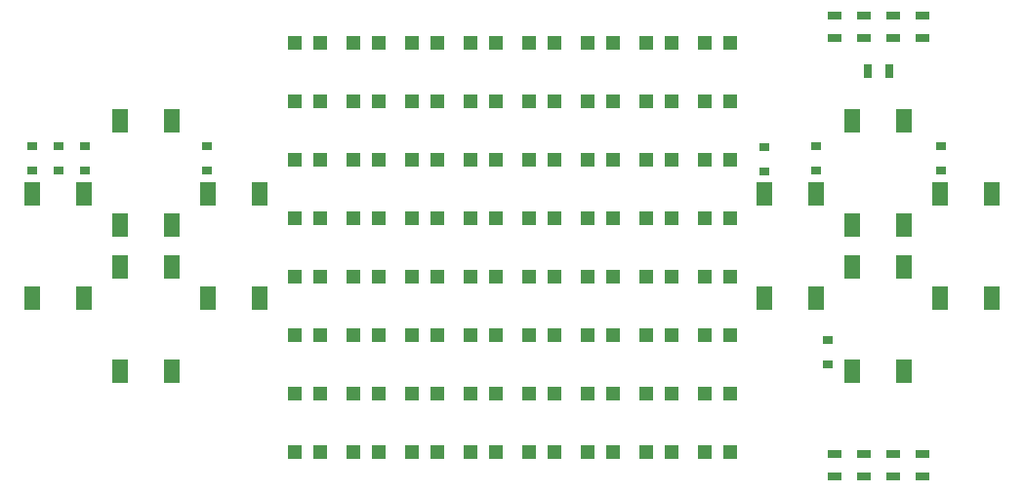
<source format=gbr>
G04 #@! TF.FileFunction,Paste,Bot*
%FSLAX46Y46*%
G04 Gerber Fmt 4.6, Leading zero omitted, Abs format (unit mm)*
G04 Created by KiCad (PCBNEW 4.0.7) date 04/25/18 19:18:30*
%MOMM*%
%LPD*%
G01*
G04 APERTURE LIST*
%ADD10C,0.150000*%
%ADD11R,0.900000X0.800000*%
%ADD12R,0.700000X1.300000*%
%ADD13R,1.400000X2.100000*%
%ADD14R,1.300000X0.700000*%
%ADD15R,1.200000X1.200000*%
G04 APERTURE END LIST*
D10*
D11*
X106700000Y-92950000D03*
X106700000Y-95050000D03*
X104400000Y-92950000D03*
X104400000Y-95050000D03*
X119600000Y-92950000D03*
X119600000Y-95050000D03*
X109000000Y-92950000D03*
X109000000Y-95050000D03*
X173400000Y-109750000D03*
X173400000Y-111850000D03*
X167900000Y-93000000D03*
X167900000Y-95100000D03*
X183200000Y-92950000D03*
X183200000Y-95050000D03*
X172400000Y-92950000D03*
X172400000Y-95050000D03*
D12*
X176850000Y-86360000D03*
X178750000Y-86360000D03*
D13*
X119670000Y-106150000D03*
X119670000Y-97050000D03*
X124170000Y-106150000D03*
X124170000Y-97050000D03*
X112050000Y-112500000D03*
X112050000Y-103400000D03*
X116550000Y-112500000D03*
X116550000Y-103400000D03*
X104430000Y-106150000D03*
X104430000Y-97050000D03*
X108930000Y-106150000D03*
X108930000Y-97050000D03*
X112050000Y-99800000D03*
X112050000Y-90700000D03*
X116550000Y-99800000D03*
X116550000Y-90700000D03*
X167930000Y-106150000D03*
X167930000Y-97050000D03*
X172430000Y-106150000D03*
X172430000Y-97050000D03*
X183170000Y-106150000D03*
X183170000Y-97050000D03*
X187670000Y-106150000D03*
X187670000Y-97050000D03*
X175550000Y-99800000D03*
X175550000Y-90700000D03*
X180050000Y-99800000D03*
X180050000Y-90700000D03*
X175550000Y-112500000D03*
X175550000Y-103400000D03*
X180050000Y-112500000D03*
X180050000Y-103400000D03*
D14*
X181610000Y-121600000D03*
X181610000Y-119700000D03*
X179070000Y-121600000D03*
X179070000Y-119700000D03*
X176530000Y-121600000D03*
X176530000Y-119700000D03*
X173990000Y-121600000D03*
X173990000Y-119700000D03*
X181610000Y-81600000D03*
X181610000Y-83500000D03*
X179070000Y-81600000D03*
X179070000Y-83500000D03*
X176530000Y-81600000D03*
X176530000Y-83500000D03*
X173990000Y-81600000D03*
X173990000Y-83500000D03*
D15*
X164930000Y-83913546D03*
X162730000Y-83913546D03*
X164930000Y-88993546D03*
X162730000Y-88993546D03*
X164930000Y-94073546D03*
X162730000Y-94073546D03*
X164930000Y-99153546D03*
X162730000Y-99153546D03*
X164930000Y-104233546D03*
X162730000Y-104233546D03*
X164930000Y-109313546D03*
X162730000Y-109313546D03*
X164930000Y-114393546D03*
X162730000Y-114393546D03*
X164930000Y-119473546D03*
X162730000Y-119473546D03*
X159850000Y-83913546D03*
X157650000Y-83913546D03*
X159850000Y-88993546D03*
X157650000Y-88993546D03*
X159850000Y-94073546D03*
X157650000Y-94073546D03*
X159850000Y-99153546D03*
X157650000Y-99153546D03*
X159850000Y-104233546D03*
X157650000Y-104233546D03*
X159850000Y-109313546D03*
X157650000Y-109313546D03*
X159850000Y-114393546D03*
X157650000Y-114393546D03*
X159850000Y-119473546D03*
X157650000Y-119473546D03*
X154770000Y-83913546D03*
X152570000Y-83913546D03*
X154770000Y-88993546D03*
X152570000Y-88993546D03*
X154770000Y-94073546D03*
X152570000Y-94073546D03*
X154770000Y-99153546D03*
X152570000Y-99153546D03*
X154770000Y-104233546D03*
X152570000Y-104233546D03*
X154770000Y-109313546D03*
X152570000Y-109313546D03*
X154770000Y-114393546D03*
X152570000Y-114393546D03*
X154770000Y-119473546D03*
X152570000Y-119473546D03*
X149690000Y-83913546D03*
X147490000Y-83913546D03*
X149690000Y-88993546D03*
X147490000Y-88993546D03*
X149690000Y-94073546D03*
X147490000Y-94073546D03*
X149690000Y-99153546D03*
X147490000Y-99153546D03*
X149690000Y-104233546D03*
X147490000Y-104233546D03*
X149690000Y-109313546D03*
X147490000Y-109313546D03*
X149690000Y-114393546D03*
X147490000Y-114393546D03*
X149690000Y-119473546D03*
X147490000Y-119473546D03*
X144610000Y-83913546D03*
X142410000Y-83913546D03*
X144610000Y-88993546D03*
X142410000Y-88993546D03*
X144610000Y-94073546D03*
X142410000Y-94073546D03*
X144610000Y-99153546D03*
X142410000Y-99153546D03*
X144610000Y-104233546D03*
X142410000Y-104233546D03*
X144610000Y-109313546D03*
X142410000Y-109313546D03*
X144610000Y-114393546D03*
X142410000Y-114393546D03*
X144610000Y-119473546D03*
X142410000Y-119473546D03*
X139530000Y-83913546D03*
X137330000Y-83913546D03*
X139530000Y-88993546D03*
X137330000Y-88993546D03*
X139530000Y-94073546D03*
X137330000Y-94073546D03*
X139530000Y-99153546D03*
X137330000Y-99153546D03*
X139530000Y-104233546D03*
X137330000Y-104233546D03*
X139530000Y-109313546D03*
X137330000Y-109313546D03*
X139530000Y-114393546D03*
X137330000Y-114393546D03*
X139530000Y-119473546D03*
X137330000Y-119473546D03*
X134450000Y-83913546D03*
X132250000Y-83913546D03*
X134450000Y-88993546D03*
X132250000Y-88993546D03*
X134450000Y-94073546D03*
X132250000Y-94073546D03*
X134450000Y-99153546D03*
X132250000Y-99153546D03*
X134450000Y-104233546D03*
X132250000Y-104233546D03*
X134450000Y-109313546D03*
X132250000Y-109313546D03*
X134450000Y-114393546D03*
X132250000Y-114393546D03*
X134450000Y-119473546D03*
X132250000Y-119473546D03*
X129370000Y-83913546D03*
X127170000Y-83913546D03*
X129370000Y-88993546D03*
X127170000Y-88993546D03*
X129370000Y-94073546D03*
X127170000Y-94073546D03*
X129370000Y-99153546D03*
X127170000Y-99153546D03*
X129370000Y-104233546D03*
X127170000Y-104233546D03*
X129370000Y-109313546D03*
X127170000Y-109313546D03*
X129370000Y-114393546D03*
X127170000Y-114393546D03*
X129370000Y-119473546D03*
X127170000Y-119473546D03*
M02*

</source>
